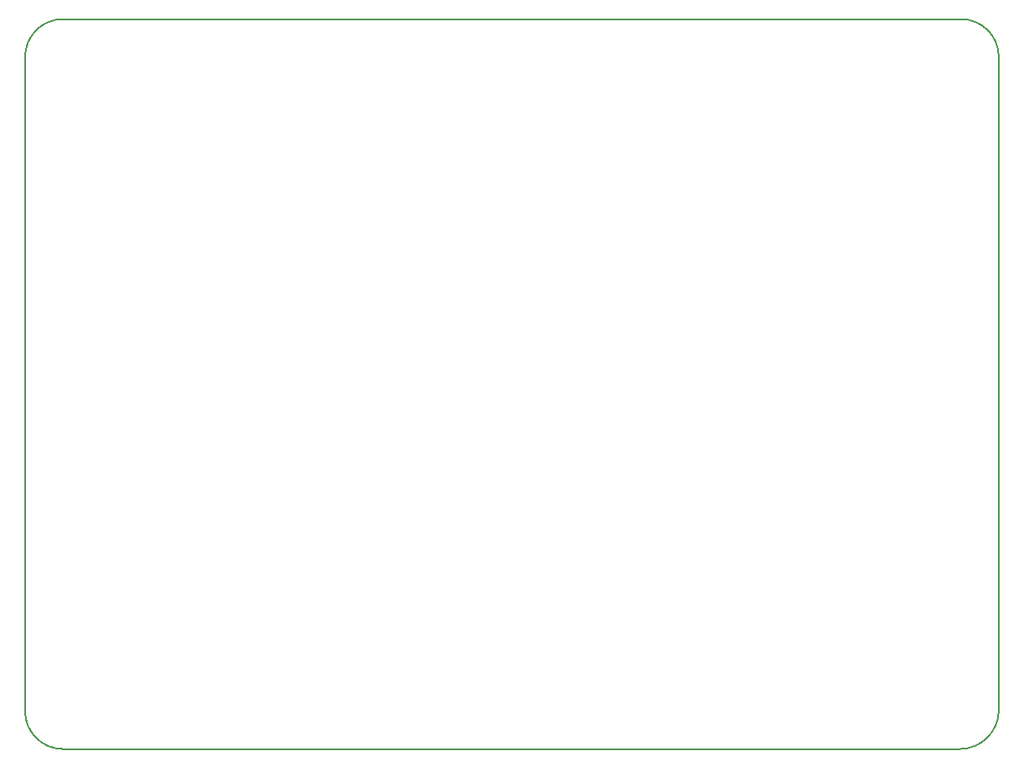
<source format=gbr>
%TF.GenerationSoftware,KiCad,Pcbnew,5.0.2-bee76a0~70~ubuntu18.04.1*%
%TF.CreationDate,2019-10-08T23:09:48-07:00*%
%TF.ProjectId,AD9850,41443938-3530-42e6-9b69-6361645f7063,rev?*%
%TF.SameCoordinates,Original*%
%TF.FileFunction,Profile,NP*%
%FSLAX46Y46*%
G04 Gerber Fmt 4.6, Leading zero omitted, Abs format (unit mm)*
G04 Created by KiCad (PCBNEW 5.0.2-bee76a0~70~ubuntu18.04.1) date Tue 08 Oct 2019 11:09:48 PM PDT*
%MOMM*%
%LPD*%
G01*
G04 APERTURE LIST*
%ADD10C,0.150000*%
G04 APERTURE END LIST*
D10*
X54610000Y-121793000D02*
X54610000Y-53467000D01*
X152146000Y-125730000D02*
X58547000Y-125730000D01*
X156210000Y-53467000D02*
X156210000Y-121666000D01*
X58547000Y-49530000D02*
X152273000Y-49530000D01*
X54610000Y-53467000D02*
G75*
G02X58547000Y-49530000I3937000J0D01*
G01*
X58547000Y-125730000D02*
G75*
G02X54610000Y-121793000I0J3937000D01*
G01*
X156210000Y-121666000D02*
G75*
G02X152146000Y-125730000I-4064000J0D01*
G01*
X152273000Y-49530000D02*
G75*
G02X156210000Y-53467000I0J-3937000D01*
G01*
M02*

</source>
